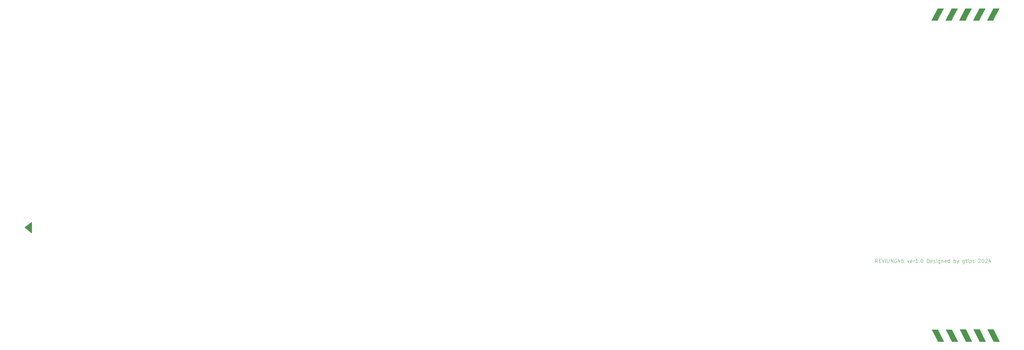
<source format=gto>
G04 #@! TF.GenerationSoftware,KiCad,Pcbnew,8.0.3*
G04 #@! TF.CreationDate,2024-07-31T18:48:27+09:00*
G04 #@! TF.ProjectId,R46_TopPlate,5234365f-546f-4705-906c-6174652e6b69,ver1.0*
G04 #@! TF.SameCoordinates,Original*
G04 #@! TF.FileFunction,Legend,Top*
G04 #@! TF.FilePolarity,Positive*
%FSLAX46Y46*%
G04 Gerber Fmt 4.6, Leading zero omitted, Abs format (unit mm)*
G04 Created by KiCad (PCBNEW 8.0.3) date 2024-07-31 18:48:27*
%MOMM*%
%LPD*%
G01*
G04 APERTURE LIST*
%ADD10C,0.100000*%
%ADD11O,7.000000X5.000000*%
%ADD12C,1.524000*%
%ADD13C,0.600000*%
%ADD14C,3.700000*%
%ADD15C,3.800000*%
%ADD16C,2.200000*%
%ADD17O,3.500000X1.320000*%
G04 APERTURE END LIST*
D10*
X290664907Y-18765000D02*
X289033657Y-18765000D01*
X290721157Y-15433750D01*
X292352407Y-15433750D01*
X290664907Y-18765000D01*
G36*
X290664907Y-18765000D02*
G01*
X289033657Y-18765000D01*
X290721157Y-15433750D01*
X292352407Y-15433750D01*
X290664907Y-18765000D01*
G37*
X22908255Y-77963840D02*
X20908255Y-76400000D01*
X22908255Y-74963840D01*
X22908255Y-77963840D01*
G36*
X22908255Y-77963840D02*
G01*
X20908255Y-76400000D01*
X22908255Y-74963840D01*
X22908255Y-77963840D01*
G37*
X279064833Y-18744806D02*
X277433583Y-18744806D01*
X279121083Y-15413556D01*
X280752333Y-15413556D01*
X279064833Y-18744806D01*
G36*
X279064833Y-18744806D02*
G01*
X277433583Y-18744806D01*
X279121083Y-15413556D01*
X280752333Y-15413556D01*
X279064833Y-18744806D01*
G37*
X292460899Y-108193566D02*
X290829649Y-108193566D01*
X289142149Y-104862316D01*
X290773399Y-104862316D01*
X292460899Y-108193566D01*
G36*
X292460899Y-108193566D02*
G01*
X290829649Y-108193566D01*
X289142149Y-104862316D01*
X290773399Y-104862316D01*
X292460899Y-108193566D01*
G37*
X284731250Y-108200000D02*
X283100000Y-108200000D01*
X281412500Y-104868750D01*
X283043750Y-104868750D01*
X284731250Y-108200000D01*
G36*
X284731250Y-108200000D02*
G01*
X283100000Y-108200000D01*
X281412500Y-104868750D01*
X283043750Y-104868750D01*
X284731250Y-108200000D01*
G37*
X282935258Y-18758566D02*
X281304008Y-18758566D01*
X282991508Y-15427316D01*
X284622758Y-15427316D01*
X282935258Y-18758566D01*
G36*
X282935258Y-18758566D02*
G01*
X281304008Y-18758566D01*
X282991508Y-15427316D01*
X284622758Y-15427316D01*
X282935258Y-18758566D01*
G37*
X288597461Y-108198566D02*
X286966211Y-108198566D01*
X285278711Y-104867316D01*
X286909961Y-104867316D01*
X288597461Y-108198566D01*
G36*
X288597461Y-108198566D02*
G01*
X286966211Y-108198566D01*
X285278711Y-104867316D01*
X286909961Y-104867316D01*
X288597461Y-108198566D01*
G37*
X286801469Y-18760000D02*
X285170219Y-18760000D01*
X286857719Y-15428750D01*
X288488969Y-15428750D01*
X286801469Y-18760000D01*
G36*
X286801469Y-18760000D02*
G01*
X285170219Y-18760000D01*
X286857719Y-15428750D01*
X288488969Y-15428750D01*
X286801469Y-18760000D01*
G37*
X276992627Y-108213232D02*
X275361377Y-108213232D01*
X273673877Y-104881982D01*
X275305127Y-104881982D01*
X276992627Y-108213232D01*
G36*
X276992627Y-108213232D02*
G01*
X275361377Y-108213232D01*
X273673877Y-104881982D01*
X275305127Y-104881982D01*
X276992627Y-108213232D01*
G37*
X275196635Y-18745334D02*
X273565385Y-18745334D01*
X275252885Y-15414084D01*
X276884135Y-15414084D01*
X275196635Y-18745334D01*
G36*
X275196635Y-18745334D02*
G01*
X273565385Y-18745334D01*
X275252885Y-15414084D01*
X276884135Y-15414084D01*
X275196635Y-18745334D01*
G37*
X280860825Y-108213760D02*
X279229575Y-108213760D01*
X277542075Y-104882510D01*
X279173325Y-104882510D01*
X280860825Y-108213760D01*
G36*
X280860825Y-108213760D02*
G01*
X279229575Y-108213760D01*
X277542075Y-104882510D01*
X279173325Y-104882510D01*
X280860825Y-108213760D01*
G37*
X258497617Y-86222419D02*
X258164284Y-85746228D01*
X257926189Y-86222419D02*
X257926189Y-85222419D01*
X257926189Y-85222419D02*
X258307141Y-85222419D01*
X258307141Y-85222419D02*
X258402379Y-85270038D01*
X258402379Y-85270038D02*
X258449998Y-85317657D01*
X258449998Y-85317657D02*
X258497617Y-85412895D01*
X258497617Y-85412895D02*
X258497617Y-85555752D01*
X258497617Y-85555752D02*
X258449998Y-85650990D01*
X258449998Y-85650990D02*
X258402379Y-85698609D01*
X258402379Y-85698609D02*
X258307141Y-85746228D01*
X258307141Y-85746228D02*
X257926189Y-85746228D01*
X258926189Y-85698609D02*
X259259522Y-85698609D01*
X259402379Y-86222419D02*
X258926189Y-86222419D01*
X258926189Y-86222419D02*
X258926189Y-85222419D01*
X258926189Y-85222419D02*
X259402379Y-85222419D01*
X259688094Y-85222419D02*
X260021427Y-86222419D01*
X260021427Y-86222419D02*
X260354760Y-85222419D01*
X260688094Y-86222419D02*
X260688094Y-85222419D01*
X261164284Y-85222419D02*
X261164284Y-86031942D01*
X261164284Y-86031942D02*
X261211903Y-86127180D01*
X261211903Y-86127180D02*
X261259522Y-86174800D01*
X261259522Y-86174800D02*
X261354760Y-86222419D01*
X261354760Y-86222419D02*
X261545236Y-86222419D01*
X261545236Y-86222419D02*
X261640474Y-86174800D01*
X261640474Y-86174800D02*
X261688093Y-86127180D01*
X261688093Y-86127180D02*
X261735712Y-86031942D01*
X261735712Y-86031942D02*
X261735712Y-85222419D01*
X262211903Y-86222419D02*
X262211903Y-85222419D01*
X262211903Y-85222419D02*
X262783331Y-86222419D01*
X262783331Y-86222419D02*
X262783331Y-85222419D01*
X263783331Y-85270038D02*
X263688093Y-85222419D01*
X263688093Y-85222419D02*
X263545236Y-85222419D01*
X263545236Y-85222419D02*
X263402379Y-85270038D01*
X263402379Y-85270038D02*
X263307141Y-85365276D01*
X263307141Y-85365276D02*
X263259522Y-85460514D01*
X263259522Y-85460514D02*
X263211903Y-85650990D01*
X263211903Y-85650990D02*
X263211903Y-85793847D01*
X263211903Y-85793847D02*
X263259522Y-85984323D01*
X263259522Y-85984323D02*
X263307141Y-86079561D01*
X263307141Y-86079561D02*
X263402379Y-86174800D01*
X263402379Y-86174800D02*
X263545236Y-86222419D01*
X263545236Y-86222419D02*
X263640474Y-86222419D01*
X263640474Y-86222419D02*
X263783331Y-86174800D01*
X263783331Y-86174800D02*
X263830950Y-86127180D01*
X263830950Y-86127180D02*
X263830950Y-85793847D01*
X263830950Y-85793847D02*
X263640474Y-85793847D01*
X264688093Y-85555752D02*
X264688093Y-86222419D01*
X264449998Y-85174800D02*
X264211903Y-85889085D01*
X264211903Y-85889085D02*
X264830950Y-85889085D01*
X265640474Y-85222419D02*
X265449998Y-85222419D01*
X265449998Y-85222419D02*
X265354760Y-85270038D01*
X265354760Y-85270038D02*
X265307141Y-85317657D01*
X265307141Y-85317657D02*
X265211903Y-85460514D01*
X265211903Y-85460514D02*
X265164284Y-85650990D01*
X265164284Y-85650990D02*
X265164284Y-86031942D01*
X265164284Y-86031942D02*
X265211903Y-86127180D01*
X265211903Y-86127180D02*
X265259522Y-86174800D01*
X265259522Y-86174800D02*
X265354760Y-86222419D01*
X265354760Y-86222419D02*
X265545236Y-86222419D01*
X265545236Y-86222419D02*
X265640474Y-86174800D01*
X265640474Y-86174800D02*
X265688093Y-86127180D01*
X265688093Y-86127180D02*
X265735712Y-86031942D01*
X265735712Y-86031942D02*
X265735712Y-85793847D01*
X265735712Y-85793847D02*
X265688093Y-85698609D01*
X265688093Y-85698609D02*
X265640474Y-85650990D01*
X265640474Y-85650990D02*
X265545236Y-85603371D01*
X265545236Y-85603371D02*
X265354760Y-85603371D01*
X265354760Y-85603371D02*
X265259522Y-85650990D01*
X265259522Y-85650990D02*
X265211903Y-85698609D01*
X265211903Y-85698609D02*
X265164284Y-85793847D01*
X266830951Y-85555752D02*
X267069046Y-86222419D01*
X267069046Y-86222419D02*
X267307141Y-85555752D01*
X268069046Y-86174800D02*
X267973808Y-86222419D01*
X267973808Y-86222419D02*
X267783332Y-86222419D01*
X267783332Y-86222419D02*
X267688094Y-86174800D01*
X267688094Y-86174800D02*
X267640475Y-86079561D01*
X267640475Y-86079561D02*
X267640475Y-85698609D01*
X267640475Y-85698609D02*
X267688094Y-85603371D01*
X267688094Y-85603371D02*
X267783332Y-85555752D01*
X267783332Y-85555752D02*
X267973808Y-85555752D01*
X267973808Y-85555752D02*
X268069046Y-85603371D01*
X268069046Y-85603371D02*
X268116665Y-85698609D01*
X268116665Y-85698609D02*
X268116665Y-85793847D01*
X268116665Y-85793847D02*
X267640475Y-85889085D01*
X268545237Y-86222419D02*
X268545237Y-85555752D01*
X268545237Y-85746228D02*
X268592856Y-85650990D01*
X268592856Y-85650990D02*
X268640475Y-85603371D01*
X268640475Y-85603371D02*
X268735713Y-85555752D01*
X268735713Y-85555752D02*
X268830951Y-85555752D01*
X269688094Y-86222419D02*
X269116666Y-86222419D01*
X269402380Y-86222419D02*
X269402380Y-85222419D01*
X269402380Y-85222419D02*
X269307142Y-85365276D01*
X269307142Y-85365276D02*
X269211904Y-85460514D01*
X269211904Y-85460514D02*
X269116666Y-85508133D01*
X270116666Y-86127180D02*
X270164285Y-86174800D01*
X270164285Y-86174800D02*
X270116666Y-86222419D01*
X270116666Y-86222419D02*
X270069047Y-86174800D01*
X270069047Y-86174800D02*
X270116666Y-86127180D01*
X270116666Y-86127180D02*
X270116666Y-86222419D01*
X270783332Y-85222419D02*
X270878570Y-85222419D01*
X270878570Y-85222419D02*
X270973808Y-85270038D01*
X270973808Y-85270038D02*
X271021427Y-85317657D01*
X271021427Y-85317657D02*
X271069046Y-85412895D01*
X271069046Y-85412895D02*
X271116665Y-85603371D01*
X271116665Y-85603371D02*
X271116665Y-85841466D01*
X271116665Y-85841466D02*
X271069046Y-86031942D01*
X271069046Y-86031942D02*
X271021427Y-86127180D01*
X271021427Y-86127180D02*
X270973808Y-86174800D01*
X270973808Y-86174800D02*
X270878570Y-86222419D01*
X270878570Y-86222419D02*
X270783332Y-86222419D01*
X270783332Y-86222419D02*
X270688094Y-86174800D01*
X270688094Y-86174800D02*
X270640475Y-86127180D01*
X270640475Y-86127180D02*
X270592856Y-86031942D01*
X270592856Y-86031942D02*
X270545237Y-85841466D01*
X270545237Y-85841466D02*
X270545237Y-85603371D01*
X270545237Y-85603371D02*
X270592856Y-85412895D01*
X270592856Y-85412895D02*
X270640475Y-85317657D01*
X270640475Y-85317657D02*
X270688094Y-85270038D01*
X270688094Y-85270038D02*
X270783332Y-85222419D01*
X272307142Y-86222419D02*
X272307142Y-85222419D01*
X272307142Y-85222419D02*
X272545237Y-85222419D01*
X272545237Y-85222419D02*
X272688094Y-85270038D01*
X272688094Y-85270038D02*
X272783332Y-85365276D01*
X272783332Y-85365276D02*
X272830951Y-85460514D01*
X272830951Y-85460514D02*
X272878570Y-85650990D01*
X272878570Y-85650990D02*
X272878570Y-85793847D01*
X272878570Y-85793847D02*
X272830951Y-85984323D01*
X272830951Y-85984323D02*
X272783332Y-86079561D01*
X272783332Y-86079561D02*
X272688094Y-86174800D01*
X272688094Y-86174800D02*
X272545237Y-86222419D01*
X272545237Y-86222419D02*
X272307142Y-86222419D01*
X273688094Y-86174800D02*
X273592856Y-86222419D01*
X273592856Y-86222419D02*
X273402380Y-86222419D01*
X273402380Y-86222419D02*
X273307142Y-86174800D01*
X273307142Y-86174800D02*
X273259523Y-86079561D01*
X273259523Y-86079561D02*
X273259523Y-85698609D01*
X273259523Y-85698609D02*
X273307142Y-85603371D01*
X273307142Y-85603371D02*
X273402380Y-85555752D01*
X273402380Y-85555752D02*
X273592856Y-85555752D01*
X273592856Y-85555752D02*
X273688094Y-85603371D01*
X273688094Y-85603371D02*
X273735713Y-85698609D01*
X273735713Y-85698609D02*
X273735713Y-85793847D01*
X273735713Y-85793847D02*
X273259523Y-85889085D01*
X274116666Y-86174800D02*
X274211904Y-86222419D01*
X274211904Y-86222419D02*
X274402380Y-86222419D01*
X274402380Y-86222419D02*
X274497618Y-86174800D01*
X274497618Y-86174800D02*
X274545237Y-86079561D01*
X274545237Y-86079561D02*
X274545237Y-86031942D01*
X274545237Y-86031942D02*
X274497618Y-85936704D01*
X274497618Y-85936704D02*
X274402380Y-85889085D01*
X274402380Y-85889085D02*
X274259523Y-85889085D01*
X274259523Y-85889085D02*
X274164285Y-85841466D01*
X274164285Y-85841466D02*
X274116666Y-85746228D01*
X274116666Y-85746228D02*
X274116666Y-85698609D01*
X274116666Y-85698609D02*
X274164285Y-85603371D01*
X274164285Y-85603371D02*
X274259523Y-85555752D01*
X274259523Y-85555752D02*
X274402380Y-85555752D01*
X274402380Y-85555752D02*
X274497618Y-85603371D01*
X274973809Y-86222419D02*
X274973809Y-85555752D01*
X274973809Y-85222419D02*
X274926190Y-85270038D01*
X274926190Y-85270038D02*
X274973809Y-85317657D01*
X274973809Y-85317657D02*
X275021428Y-85270038D01*
X275021428Y-85270038D02*
X274973809Y-85222419D01*
X274973809Y-85222419D02*
X274973809Y-85317657D01*
X275878570Y-85555752D02*
X275878570Y-86365276D01*
X275878570Y-86365276D02*
X275830951Y-86460514D01*
X275830951Y-86460514D02*
X275783332Y-86508133D01*
X275783332Y-86508133D02*
X275688094Y-86555752D01*
X275688094Y-86555752D02*
X275545237Y-86555752D01*
X275545237Y-86555752D02*
X275449999Y-86508133D01*
X275878570Y-86174800D02*
X275783332Y-86222419D01*
X275783332Y-86222419D02*
X275592856Y-86222419D01*
X275592856Y-86222419D02*
X275497618Y-86174800D01*
X275497618Y-86174800D02*
X275449999Y-86127180D01*
X275449999Y-86127180D02*
X275402380Y-86031942D01*
X275402380Y-86031942D02*
X275402380Y-85746228D01*
X275402380Y-85746228D02*
X275449999Y-85650990D01*
X275449999Y-85650990D02*
X275497618Y-85603371D01*
X275497618Y-85603371D02*
X275592856Y-85555752D01*
X275592856Y-85555752D02*
X275783332Y-85555752D01*
X275783332Y-85555752D02*
X275878570Y-85603371D01*
X276354761Y-85555752D02*
X276354761Y-86222419D01*
X276354761Y-85650990D02*
X276402380Y-85603371D01*
X276402380Y-85603371D02*
X276497618Y-85555752D01*
X276497618Y-85555752D02*
X276640475Y-85555752D01*
X276640475Y-85555752D02*
X276735713Y-85603371D01*
X276735713Y-85603371D02*
X276783332Y-85698609D01*
X276783332Y-85698609D02*
X276783332Y-86222419D01*
X277640475Y-86174800D02*
X277545237Y-86222419D01*
X277545237Y-86222419D02*
X277354761Y-86222419D01*
X277354761Y-86222419D02*
X277259523Y-86174800D01*
X277259523Y-86174800D02*
X277211904Y-86079561D01*
X277211904Y-86079561D02*
X277211904Y-85698609D01*
X277211904Y-85698609D02*
X277259523Y-85603371D01*
X277259523Y-85603371D02*
X277354761Y-85555752D01*
X277354761Y-85555752D02*
X277545237Y-85555752D01*
X277545237Y-85555752D02*
X277640475Y-85603371D01*
X277640475Y-85603371D02*
X277688094Y-85698609D01*
X277688094Y-85698609D02*
X277688094Y-85793847D01*
X277688094Y-85793847D02*
X277211904Y-85889085D01*
X278545237Y-86222419D02*
X278545237Y-85222419D01*
X278545237Y-86174800D02*
X278449999Y-86222419D01*
X278449999Y-86222419D02*
X278259523Y-86222419D01*
X278259523Y-86222419D02*
X278164285Y-86174800D01*
X278164285Y-86174800D02*
X278116666Y-86127180D01*
X278116666Y-86127180D02*
X278069047Y-86031942D01*
X278069047Y-86031942D02*
X278069047Y-85746228D01*
X278069047Y-85746228D02*
X278116666Y-85650990D01*
X278116666Y-85650990D02*
X278164285Y-85603371D01*
X278164285Y-85603371D02*
X278259523Y-85555752D01*
X278259523Y-85555752D02*
X278449999Y-85555752D01*
X278449999Y-85555752D02*
X278545237Y-85603371D01*
X279783333Y-86222419D02*
X279783333Y-85222419D01*
X279783333Y-85603371D02*
X279878571Y-85555752D01*
X279878571Y-85555752D02*
X280069047Y-85555752D01*
X280069047Y-85555752D02*
X280164285Y-85603371D01*
X280164285Y-85603371D02*
X280211904Y-85650990D01*
X280211904Y-85650990D02*
X280259523Y-85746228D01*
X280259523Y-85746228D02*
X280259523Y-86031942D01*
X280259523Y-86031942D02*
X280211904Y-86127180D01*
X280211904Y-86127180D02*
X280164285Y-86174800D01*
X280164285Y-86174800D02*
X280069047Y-86222419D01*
X280069047Y-86222419D02*
X279878571Y-86222419D01*
X279878571Y-86222419D02*
X279783333Y-86174800D01*
X280592857Y-85555752D02*
X280830952Y-86222419D01*
X281069047Y-85555752D02*
X280830952Y-86222419D01*
X280830952Y-86222419D02*
X280735714Y-86460514D01*
X280735714Y-86460514D02*
X280688095Y-86508133D01*
X280688095Y-86508133D02*
X280592857Y-86555752D01*
X282640476Y-85555752D02*
X282640476Y-86365276D01*
X282640476Y-86365276D02*
X282592857Y-86460514D01*
X282592857Y-86460514D02*
X282545238Y-86508133D01*
X282545238Y-86508133D02*
X282450000Y-86555752D01*
X282450000Y-86555752D02*
X282307143Y-86555752D01*
X282307143Y-86555752D02*
X282211905Y-86508133D01*
X282640476Y-86174800D02*
X282545238Y-86222419D01*
X282545238Y-86222419D02*
X282354762Y-86222419D01*
X282354762Y-86222419D02*
X282259524Y-86174800D01*
X282259524Y-86174800D02*
X282211905Y-86127180D01*
X282211905Y-86127180D02*
X282164286Y-86031942D01*
X282164286Y-86031942D02*
X282164286Y-85746228D01*
X282164286Y-85746228D02*
X282211905Y-85650990D01*
X282211905Y-85650990D02*
X282259524Y-85603371D01*
X282259524Y-85603371D02*
X282354762Y-85555752D01*
X282354762Y-85555752D02*
X282545238Y-85555752D01*
X282545238Y-85555752D02*
X282640476Y-85603371D01*
X282973810Y-85555752D02*
X283354762Y-85555752D01*
X283116667Y-85222419D02*
X283116667Y-86079561D01*
X283116667Y-86079561D02*
X283164286Y-86174800D01*
X283164286Y-86174800D02*
X283259524Y-86222419D01*
X283259524Y-86222419D02*
X283354762Y-86222419D01*
X283688096Y-86222419D02*
X283688096Y-85555752D01*
X283688096Y-85222419D02*
X283640477Y-85270038D01*
X283640477Y-85270038D02*
X283688096Y-85317657D01*
X283688096Y-85317657D02*
X283735715Y-85270038D01*
X283735715Y-85270038D02*
X283688096Y-85222419D01*
X283688096Y-85222419D02*
X283688096Y-85317657D01*
X284164286Y-85555752D02*
X284164286Y-86555752D01*
X284164286Y-85603371D02*
X284259524Y-85555752D01*
X284259524Y-85555752D02*
X284450000Y-85555752D01*
X284450000Y-85555752D02*
X284545238Y-85603371D01*
X284545238Y-85603371D02*
X284592857Y-85650990D01*
X284592857Y-85650990D02*
X284640476Y-85746228D01*
X284640476Y-85746228D02*
X284640476Y-86031942D01*
X284640476Y-86031942D02*
X284592857Y-86127180D01*
X284592857Y-86127180D02*
X284545238Y-86174800D01*
X284545238Y-86174800D02*
X284450000Y-86222419D01*
X284450000Y-86222419D02*
X284259524Y-86222419D01*
X284259524Y-86222419D02*
X284164286Y-86174800D01*
X285021429Y-86174800D02*
X285116667Y-86222419D01*
X285116667Y-86222419D02*
X285307143Y-86222419D01*
X285307143Y-86222419D02*
X285402381Y-86174800D01*
X285402381Y-86174800D02*
X285450000Y-86079561D01*
X285450000Y-86079561D02*
X285450000Y-86031942D01*
X285450000Y-86031942D02*
X285402381Y-85936704D01*
X285402381Y-85936704D02*
X285307143Y-85889085D01*
X285307143Y-85889085D02*
X285164286Y-85889085D01*
X285164286Y-85889085D02*
X285069048Y-85841466D01*
X285069048Y-85841466D02*
X285021429Y-85746228D01*
X285021429Y-85746228D02*
X285021429Y-85698609D01*
X285021429Y-85698609D02*
X285069048Y-85603371D01*
X285069048Y-85603371D02*
X285164286Y-85555752D01*
X285164286Y-85555752D02*
X285307143Y-85555752D01*
X285307143Y-85555752D02*
X285402381Y-85603371D01*
X286592858Y-85317657D02*
X286640477Y-85270038D01*
X286640477Y-85270038D02*
X286735715Y-85222419D01*
X286735715Y-85222419D02*
X286973810Y-85222419D01*
X286973810Y-85222419D02*
X287069048Y-85270038D01*
X287069048Y-85270038D02*
X287116667Y-85317657D01*
X287116667Y-85317657D02*
X287164286Y-85412895D01*
X287164286Y-85412895D02*
X287164286Y-85508133D01*
X287164286Y-85508133D02*
X287116667Y-85650990D01*
X287116667Y-85650990D02*
X286545239Y-86222419D01*
X286545239Y-86222419D02*
X287164286Y-86222419D01*
X287783334Y-85222419D02*
X287878572Y-85222419D01*
X287878572Y-85222419D02*
X287973810Y-85270038D01*
X287973810Y-85270038D02*
X288021429Y-85317657D01*
X288021429Y-85317657D02*
X288069048Y-85412895D01*
X288069048Y-85412895D02*
X288116667Y-85603371D01*
X288116667Y-85603371D02*
X288116667Y-85841466D01*
X288116667Y-85841466D02*
X288069048Y-86031942D01*
X288069048Y-86031942D02*
X288021429Y-86127180D01*
X288021429Y-86127180D02*
X287973810Y-86174800D01*
X287973810Y-86174800D02*
X287878572Y-86222419D01*
X287878572Y-86222419D02*
X287783334Y-86222419D01*
X287783334Y-86222419D02*
X287688096Y-86174800D01*
X287688096Y-86174800D02*
X287640477Y-86127180D01*
X287640477Y-86127180D02*
X287592858Y-86031942D01*
X287592858Y-86031942D02*
X287545239Y-85841466D01*
X287545239Y-85841466D02*
X287545239Y-85603371D01*
X287545239Y-85603371D02*
X287592858Y-85412895D01*
X287592858Y-85412895D02*
X287640477Y-85317657D01*
X287640477Y-85317657D02*
X287688096Y-85270038D01*
X287688096Y-85270038D02*
X287783334Y-85222419D01*
X288497620Y-85317657D02*
X288545239Y-85270038D01*
X288545239Y-85270038D02*
X288640477Y-85222419D01*
X288640477Y-85222419D02*
X288878572Y-85222419D01*
X288878572Y-85222419D02*
X288973810Y-85270038D01*
X288973810Y-85270038D02*
X289021429Y-85317657D01*
X289021429Y-85317657D02*
X289069048Y-85412895D01*
X289069048Y-85412895D02*
X289069048Y-85508133D01*
X289069048Y-85508133D02*
X289021429Y-85650990D01*
X289021429Y-85650990D02*
X288450001Y-86222419D01*
X288450001Y-86222419D02*
X289069048Y-86222419D01*
X289926191Y-85555752D02*
X289926191Y-86222419D01*
X289688096Y-85174800D02*
X289450001Y-85889085D01*
X289450001Y-85889085D02*
X290069048Y-85889085D01*
%LPC*%
D11*
X274635000Y-42600000D03*
D12*
X39470000Y-19620000D03*
X39472123Y-22161138D03*
X39467058Y-24706377D03*
X39465366Y-27246256D03*
X39470361Y-29786131D03*
X39466772Y-32322003D03*
X39467877Y-34866209D03*
X39468583Y-37410466D03*
X39469374Y-39947294D03*
X39469425Y-42486690D03*
X39468370Y-45024098D03*
X39468297Y-47565451D03*
X16678735Y-47569888D03*
X16678479Y-45026111D03*
X16681165Y-42486170D03*
X16677401Y-39947348D03*
X16676715Y-37407930D03*
X16680259Y-34867364D03*
X16678754Y-32324288D03*
X16678698Y-29784780D03*
X16676625Y-27244724D03*
X16677247Y-24704380D03*
X16679611Y-22164121D03*
X16662464Y-19605342D03*
D13*
X46960000Y-16795000D03*
X46960000Y-17620000D03*
X46960000Y-18445000D03*
X46960000Y-19295000D03*
X46960000Y-20120000D03*
X46960000Y-20945000D03*
X42320000Y-20955000D03*
X42320000Y-20130000D03*
X42320000Y-19305000D03*
X42320000Y-18455000D03*
X42320000Y-17630000D03*
X42320000Y-16805000D03*
D14*
X142775000Y-61710000D03*
D15*
X17435000Y-76350000D03*
D13*
X42320000Y-50015000D03*
X42320000Y-49190000D03*
X42320000Y-48365000D03*
X42320000Y-47515000D03*
X42320000Y-46690000D03*
X42320000Y-45865000D03*
X48890000Y-45845000D03*
X48890000Y-46670000D03*
X48890000Y-47495000D03*
X48890000Y-48345000D03*
X48890000Y-49170000D03*
X48890000Y-49995000D03*
D16*
X48010000Y-58150000D03*
D12*
X35690000Y-18125000D03*
X35690000Y-20665000D03*
X35690000Y-23205000D03*
X35690000Y-25745000D03*
X35690000Y-28285000D03*
X35690000Y-30825000D03*
X35690000Y-33365000D03*
X35690000Y-35905000D03*
X35690000Y-38445000D03*
X35690000Y-40985000D03*
X35690000Y-43525000D03*
X35690000Y-46065000D03*
X20470000Y-46065000D03*
X20470000Y-43525000D03*
X20470000Y-40985000D03*
X20470000Y-38445000D03*
X20470000Y-35905000D03*
X20470000Y-33365000D03*
X20470000Y-30825000D03*
X20470000Y-28285000D03*
X20470000Y-25745000D03*
X20470000Y-23205000D03*
X20470000Y-20665000D03*
X20470000Y-18125000D03*
D17*
X28078600Y-46000000D03*
%LPD*%
M02*

</source>
